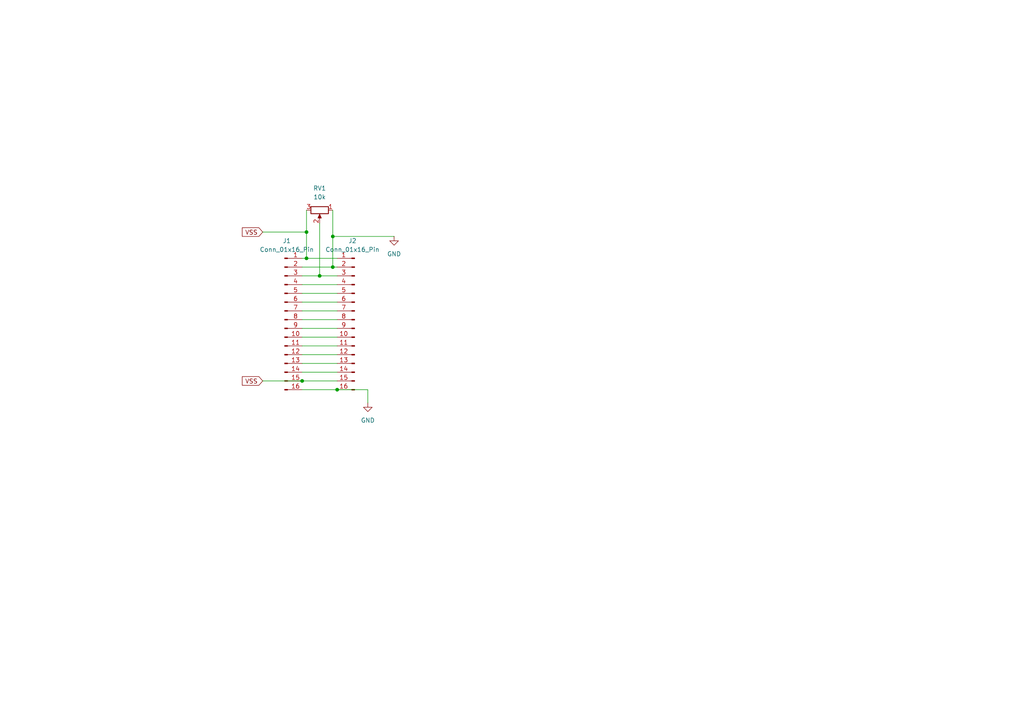
<source format=kicad_sch>
(kicad_sch (version 20231120) (generator "eeschema") (generator_version "8.0")
  (paper "A4")
  (lib_symbols
    (symbol "Connector:Conn_01x16_Pin" (pin_names (offset 1.016) hide)
      (property "Reference" "J" (at 0 20.32 0))
      (property "Value" "Conn_01x16_Pin" (at 0 -22.86 0))
      (symbol "Conn_01x16_Pin_1_1"
        (polyline (pts (xy 1.27 -20.32) (xy 0.8636 -20.32)) (stroke (width 0.1524)))
        (polyline (pts (xy 1.27 -17.78) (xy 0.8636 -17.78)) (stroke (width 0.1524)))
        (polyline (pts (xy 1.27 -15.24) (xy 0.8636 -15.24)) (stroke (width 0.1524)))
        (polyline (pts (xy 1.27 -12.7) (xy 0.8636 -12.7)) (stroke (width 0.1524)))
        (polyline (pts (xy 1.27 -10.16) (xy 0.8636 -10.16)) (stroke (width 0.1524)))
        (polyline (pts (xy 1.27 -7.62) (xy 0.8636 -7.62)) (stroke (width 0.1524)))
        (polyline (pts (xy 1.27 -5.08) (xy 0.8636 -5.08)) (stroke (width 0.1524)))
        (polyline (pts (xy 1.27 -2.54) (xy 0.8636 -2.54)) (stroke (width 0.1524)))
        (polyline (pts (xy 1.27 0) (xy 0.8636 0)) (stroke (width 0.1524)))
        (polyline (pts (xy 1.27 2.54) (xy 0.8636 2.54)) (stroke (width 0.1524)))
        (polyline (pts (xy 1.27 5.08) (xy 0.8636 5.08)) (stroke (width 0.1524)))
        (polyline (pts (xy 1.27 7.62) (xy 0.8636 7.62)) (stroke (width 0.1524)))
        (polyline (pts (xy 1.27 10.16) (xy 0.8636 10.16)) (stroke (width 0.1524)))
        (polyline (pts (xy 1.27 12.7) (xy 0.8636 12.7)) (stroke (width 0.1524)))
        (polyline (pts (xy 1.27 15.24) (xy 0.8636 15.24)) (stroke (width 0.1524)))
        (polyline (pts (xy 1.27 17.78) (xy 0.8636 17.78)) (stroke (width 0.1524)))
        (rectangle (start 0.8636 -20.193) (end 0 -20.447) (stroke (width 0.1524)) (fill (type outline)))
        (rectangle (start 0.8636 -17.653) (end 0 -17.907) (stroke (width 0.1524)) (fill (type outline)))
        (rectangle (start 0.8636 -15.113) (end 0 -15.367) (stroke (width 0.1524)) (fill (type outline)))
        (rectangle (start 0.8636 -12.573) (end 0 -12.827) (stroke (width 0.1524)) (fill (type outline)))
        (rectangle (start 0.8636 -10.033) (end 0 -10.287) (stroke (width 0.1524)) (fill (type outline)))
        (rectangle (start 0.8636 -7.493) (end 0 -7.747) (stroke (width 0.1524)) (fill (type outline)))
        (rectangle (start 0.8636 -4.953) (end 0 -5.207) (stroke (width 0.1524)) (fill (type outline)))
        (rectangle (start 0.8636 -2.413) (end 0 -2.667) (stroke (width 0.1524)) (fill (type outline)))
        (rectangle (start 0.8636 0.127) (end 0 -0.127) (stroke (width 0.1524)) (fill (type outline)))
        (rectangle (start 0.8636 2.667) (end 0 2.413) (stroke (width 0.1524)) (fill (type outline)))
        (rectangle (start 0.8636 5.207) (end 0 4.953) (stroke (width 0.1524)) (fill (type outline)))
        (rectangle (start 0.8636 7.747) (end 0 7.493) (stroke (width 0.1524)) (fill (type outline)))
        (rectangle (start 0.8636 10.287) (end 0 10.033) (stroke (width 0.1524)) (fill (type outline)))
        (rectangle (start 0.8636 12.827) (end 0 12.573) (stroke (width 0.1524)) (fill (type outline)))
        (rectangle (start 0.8636 15.367) (end 0 15.113) (stroke (width 0.1524)) (fill (type outline)))
        (rectangle (start 0.8636 17.907) (end 0 17.653) (stroke (width 0.1524)) (fill (type outline)))
        (pin passive line (at 5.08 17.78 180) (length 3.81) (name "Pin_1") (number "1"))
        (pin passive line (at 5.08 -5.08 180) (length 3.81) (name "Pin_10") (number "10"))
        (pin passive line (at 5.08 -7.62 180) (length 3.81) (name "Pin_11") (number "11"))
        (pin passive line (at 5.08 -10.16 180) (length 3.81) (name "Pin_12") (number "12"))
        (pin passive line (at 5.08 -12.7 180) (length 3.81) (name "Pin_13") (number "13"))
        (pin passive line (at 5.08 -15.24 180) (length 3.81) (name "Pin_14") (number "14"))
        (pin passive line (at 5.08 -17.78 180) (length 3.81) (name "Pin_15") (number "15"))
        (pin passive line (at 5.08 -20.32 180) (length 3.81) (name "Pin_16") (number "16"))
        (pin passive line (at 5.08 15.24 180) (length 3.81) (name "Pin_2") (number "2"))
        (pin passive line (at 5.08 12.7 180) (length 3.81) (name "Pin_3") (number "3"))
        (pin passive line (at 5.08 10.16 180) (length 3.81) (name "Pin_4") (number "4"))
        (pin passive line (at 5.08 7.62 180) (length 3.81) (name "Pin_5") (number "5"))
        (pin passive line (at 5.08 5.08 180) (length 3.81) (name "Pin_6") (number "6"))
        (pin passive line (at 5.08 2.54 180) (length 3.81) (name "Pin_7") (number "7"))
        (pin passive line (at 5.08 0 180) (length 3.81) (name "Pin_8") (number "8"))
        (pin passive line (at 5.08 -2.54 180) (length 3.81) (name "Pin_9") (number "9"))
      )
    )
    (symbol "Device:R_Potentiometer" (pin_names (offset 1.016) hide)
      (property "Reference" "RV" (at -4.445 0 90))
      (property "Value" "R_Potentiometer" (at -2.54 0 90))
      (symbol "R_Potentiometer_0_1"
        (polyline (pts (xy 2.54 0) (xy 1.524 0)))
        (polyline (pts (xy 1.143 0) (xy 2.286 0.508) (xy 2.286 -0.508) (xy 1.143 0)) (fill (type outline)))
        (rectangle (start 1.016 2.54) (end -1.016 -2.54) (stroke (width 0.254)))
      )
      (symbol "R_Potentiometer_1_1"
        (pin passive line (at 0 3.81 270) (length 1.27) (name "1") (number "1"))
        (pin passive line (at 3.81 0 180) (length 1.27) (name "2") (number "2"))
        (pin passive line (at 0 -3.81 90) (length 1.27) (name "3") (number "3"))
      )
    )
    (symbol "power:GND" (power) (pin_numbers hide) (pin_names (offset 0) hide)
      (property "Value" "GND" (at 0 -3.81 0))
      (symbol "GND_0_1"
        (polyline (pts (xy 0 0) (xy 0 -1.27) (xy 1.27 -1.27) (xy 0 -2.54) (xy -1.27 -1.27) (xy 0 -1.27)))
      )
      (symbol "GND_1_1"
        (pin power_in line (at 0 0 270) (length 0) (name "~") (number "1"))
      )
    )
  )
  (junction (at 87.63 110.49))
  (junction (at 88.9 74.93))
  (junction (at 96.52 77.47))
  (junction (at 92.71 80.01))
  (junction (at 97.79 113.03))
  (junction (at 88.9 67.31))
  (junction (at 96.52 68.58))
  (wire (pts (xy 96.52 68.58) (xy 96.52 77.47)))
  (wire (pts (xy 87.63 110.49) (xy 97.79 110.49)))
  (wire (pts (xy 87.63 107.95) (xy 97.79 107.95)))
  (wire (pts (xy 96.52 60.96) (xy 96.52 68.58)))
  (wire (pts (xy 87.63 77.47) (xy 96.52 77.47)))
  (wire (pts (xy 87.63 90.17) (xy 97.79 90.17)))
  (wire (pts (xy 87.63 85.09) (xy 97.79 85.09)))
  (wire (pts (xy 87.63 92.71) (xy 97.79 92.71)))
  (wire (pts (xy 87.63 95.25) (xy 97.79 95.25)))
  (wire (pts (xy 88.9 67.31) (xy 88.9 74.93)))
  (wire (pts (xy 87.63 80.01) (xy 92.71 80.01)))
  (wire (pts (xy 92.71 64.77) (xy 92.71 80.01)))
  (wire (pts (xy 87.63 74.93) (xy 88.9 74.93)))
  (wire (pts (xy 76.2 110.49) (xy 87.63 110.49)))
  (wire (pts (xy 87.63 87.63) (xy 97.79 87.63)))
  (wire (pts (xy 96.52 77.47) (xy 97.79 77.47)))
  (wire (pts (xy 87.63 82.55) (xy 97.79 82.55)))
  (wire (pts (xy 87.63 105.41) (xy 97.79 105.41)))
  (wire (pts (xy 87.63 102.87) (xy 97.79 102.87)))
  (wire (pts (xy 96.52 68.58) (xy 114.3 68.58)))
  (wire (pts (xy 88.9 60.96) (xy 88.9 67.31)))
  (wire (pts (xy 106.68 116.84) (xy 106.68 113.03)))
  (wire (pts (xy 87.63 100.33) (xy 97.79 100.33)))
  (wire (pts (xy 88.9 74.93) (xy 97.79 74.93)))
  (wire (pts (xy 87.63 97.79) (xy 97.79 97.79)))
  (wire (pts (xy 76.2 67.31) (xy 88.9 67.31)))
  (wire (pts (xy 92.71 80.01) (xy 97.79 80.01)))
  (wire (pts (xy 97.79 113.03) (xy 106.68 113.03)))
  (wire (pts (xy 87.63 113.03) (xy 97.79 113.03)))
  (global_label "VSS" (shape input) (at 76.2 67.31 180) (property "Intersheetrefs" "${INTERSHEET_REFS}" (effects (hide yes))))
  (global_label "VSS" (shape input) (at 76.2 110.49 180) (property "Intersheetrefs" "${INTERSHEET_REFS}" (effects (hide yes))))
  (symbol (lib_id "power:GND") (at 106.68 116.84 0) (unit 1)
    (property "Reference" "#PWR01" (effects (hide yes)))
    (property "Value" "GND" (at 106.68 121.92 0))
    (property "Description" "Power symbol creates a global label with name \"GND\" , ground" (effects (hide yes)))
  )
  (symbol (lib_id "Device:R_Potentiometer") (at 92.71 60.96 270) (unit 1)
    (property "Reference" "RV1" (at 92.71 54.61 90))
    (property "Value" "10k" (at 92.71 57.15 90))
    (property "Footprint" "Potentiometer_THT:Potentiometer_Alps_RK09Y11_Single_Horizontal" (effects (hide yes)))
    (property "Description" "Potentiometer" (effects (hide yes)))
  )
  (symbol (lib_id "Connector:Conn_01x16_Pin") (at 82.55 92.71 0) (unit 1)
    (property "Reference" "J1" (at 83.185 69.85 0))
    (property "Value" "Conn_01x16_Pin" (at 83.185 72.39 0))
    (property "Footprint" "Connector_PinSocket_2.54mm:PinSocket_1x16_P2.54mm_Vertical" (effects (hide yes)))
    (property "Description" "Generic connector, single row, 01x16, script generated" (effects (hide yes)))
  )
  (symbol (lib_id "power:GND") (at 114.3 68.58 0) (unit 1)
    (property "Reference" "#PWR02" (effects (hide yes)))
    (property "Value" "GND" (at 114.3 73.66 0))
    (property "Description" "Power symbol creates a global label with name \"GND\" , ground" (effects (hide yes)))
  )
  (symbol (lib_id "Connector:Conn_01x16_Pin") (at 102.87 92.71 0) (mirror y) (unit 1)
    (property "Reference" "J2" (at 102.235 69.85 0))
    (property "Value" "Conn_01x16_Pin" (at 102.235 72.39 0))
    (property "Footprint" "on_board_conn:waski" (effects (hide yes)))
    (property "Description" "Generic connector, single row, 01x16, script generated" (effects (hide yes)))
  )
)
</source>
